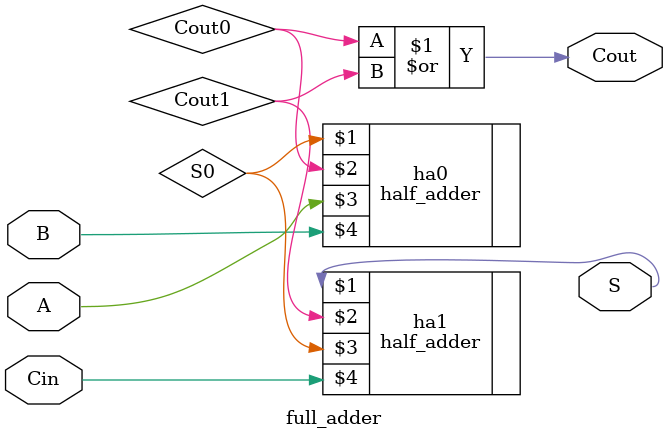
<source format=v>
module full_adder(
    output  S,
    output  Cout,
    input   A,
    input   B,
    input   Cin
    );

    wire    S0;
    wire    Cout0;
    wire    Cout1;
    half_adder ha0(S0, Cout0, A, B);
    half_adder ha1(S, Cout1, S0, Cin);
    or(Cout, Cout0, Cout1);
endmodule

</source>
